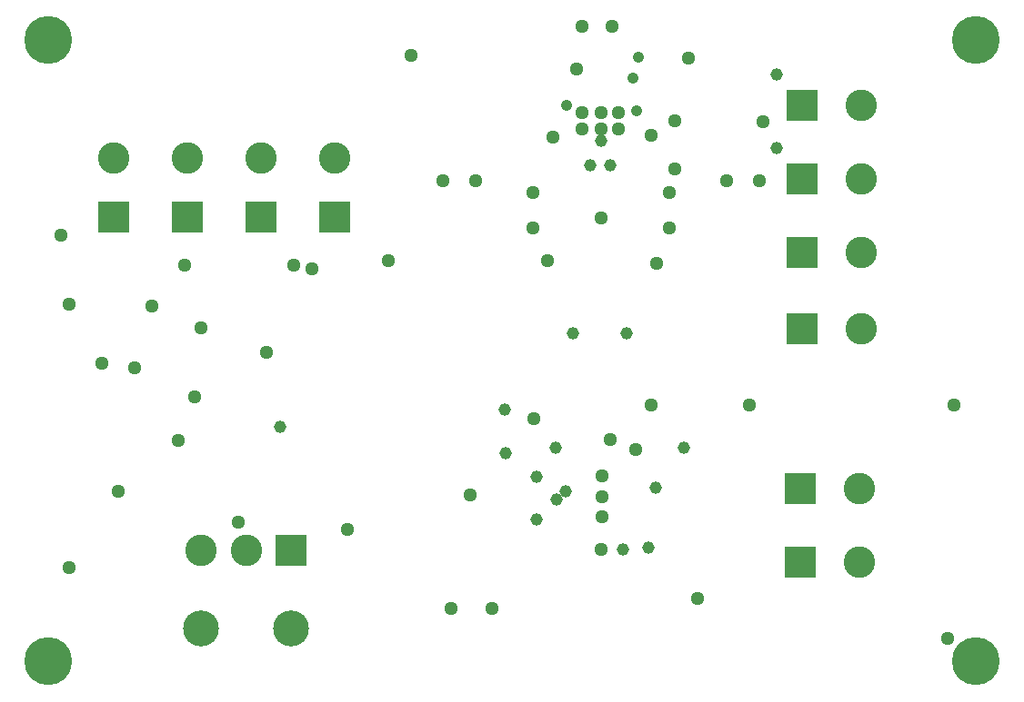
<source format=gbs>
G04 (created by PCBNEW (2013-05-31 BZR 4019)-stable) date 7/17/2013 12:30:07 AM*
%MOIN*%
G04 Gerber Fmt 3.4, Leading zero omitted, Abs format*
%FSLAX34Y34*%
G01*
G70*
G90*
G04 APERTURE LIST*
%ADD10C,0.000787402*%
%ADD11C,0.115748*%
%ADD12R,0.115748X0.115748*%
%ADD13C,0.13189*%
%ADD14C,0.175748*%
%ADD15C,0.045748*%
%ADD16C,0.050748*%
%ADD17C,0.041748*%
G04 APERTURE END LIST*
G54D10*
G54D11*
X65746Y-67462D03*
X67400Y-67462D03*
G54D12*
X69053Y-67462D03*
G54D13*
X65746Y-70337D03*
X69053Y-70337D03*
G54D12*
X87717Y-65200D03*
G54D11*
X89882Y-65200D03*
G54D12*
X62550Y-55232D03*
G54D11*
X62550Y-53067D03*
G54D12*
X87767Y-59350D03*
G54D11*
X89932Y-59350D03*
G54D12*
X87717Y-67900D03*
G54D11*
X89882Y-67900D03*
G54D12*
X65250Y-55232D03*
G54D11*
X65250Y-53067D03*
G54D12*
X67950Y-55232D03*
G54D11*
X67950Y-53067D03*
G54D12*
X70650Y-55232D03*
G54D11*
X70650Y-53067D03*
G54D12*
X87767Y-56550D03*
G54D11*
X89932Y-56550D03*
G54D12*
X87767Y-51150D03*
G54D11*
X89932Y-51150D03*
G54D12*
X87767Y-53850D03*
G54D11*
X89932Y-53850D03*
G54D14*
X94150Y-48750D03*
X60150Y-48750D03*
X60150Y-71550D03*
X94150Y-71550D03*
G54D15*
X68650Y-62950D03*
X76890Y-62300D03*
X86830Y-52700D03*
X86830Y-50000D03*
G54D16*
X65750Y-59301D03*
X65514Y-61827D03*
X63301Y-60781D03*
X62123Y-60603D03*
X63932Y-58500D03*
X60900Y-58440D03*
X81678Y-63780D03*
X80400Y-67450D03*
X80750Y-63400D03*
X72600Y-56850D03*
X82250Y-62150D03*
X80450Y-66250D03*
X80450Y-65500D03*
X80450Y-64750D03*
X74900Y-69600D03*
X76400Y-69600D03*
X75800Y-53900D03*
X74600Y-53900D03*
X77900Y-55650D03*
X77900Y-54350D03*
X86200Y-53900D03*
X85000Y-53900D03*
X82900Y-54350D03*
X82900Y-55650D03*
X80400Y-55275D03*
X79525Y-49800D03*
X83600Y-49425D03*
X83100Y-51700D03*
X81050Y-52000D03*
X80400Y-52000D03*
X79700Y-52000D03*
X81050Y-51400D03*
X80400Y-51400D03*
X79700Y-51400D03*
X85850Y-62150D03*
X77950Y-62650D03*
X75600Y-65450D03*
X62700Y-65300D03*
X67100Y-66450D03*
X64900Y-63450D03*
X68150Y-60200D03*
X69800Y-57150D03*
X69150Y-57000D03*
X65150Y-57000D03*
X73450Y-49300D03*
X80800Y-48250D03*
X79700Y-48250D03*
X93350Y-62150D03*
X93100Y-70700D03*
X83950Y-69250D03*
X71100Y-66700D03*
X60900Y-68100D03*
X60600Y-55900D03*
G54D15*
X79095Y-65301D03*
X78051Y-64776D03*
X83450Y-63700D03*
X82400Y-65175D03*
X81200Y-67450D03*
X76900Y-63900D03*
X78048Y-66342D03*
X78765Y-65622D03*
X78759Y-63707D03*
X82160Y-67370D03*
X81350Y-59500D03*
X80750Y-53350D03*
X80025Y-53350D03*
X79375Y-59500D03*
G54D16*
X78650Y-52300D03*
X78450Y-56850D03*
G54D17*
X81694Y-51338D03*
X79150Y-51150D03*
G54D15*
X80400Y-52450D03*
G54D16*
X82250Y-52250D03*
X82450Y-56950D03*
G54D17*
X81784Y-49384D03*
X81564Y-50148D03*
G54D16*
X86350Y-51750D03*
X83120Y-53490D03*
M02*

</source>
